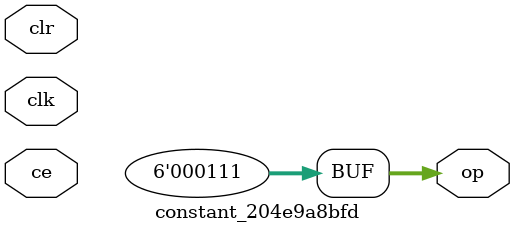
<source format=v>
module constant_204e9a8bfd (
  output [(6 - 1):0] op,
  input clk,
  input ce,
  input clr);
  localparam [(6 - 1):0] const_value = 6'b000111;
  assign op = 6'b000111;
endmodule
</source>
